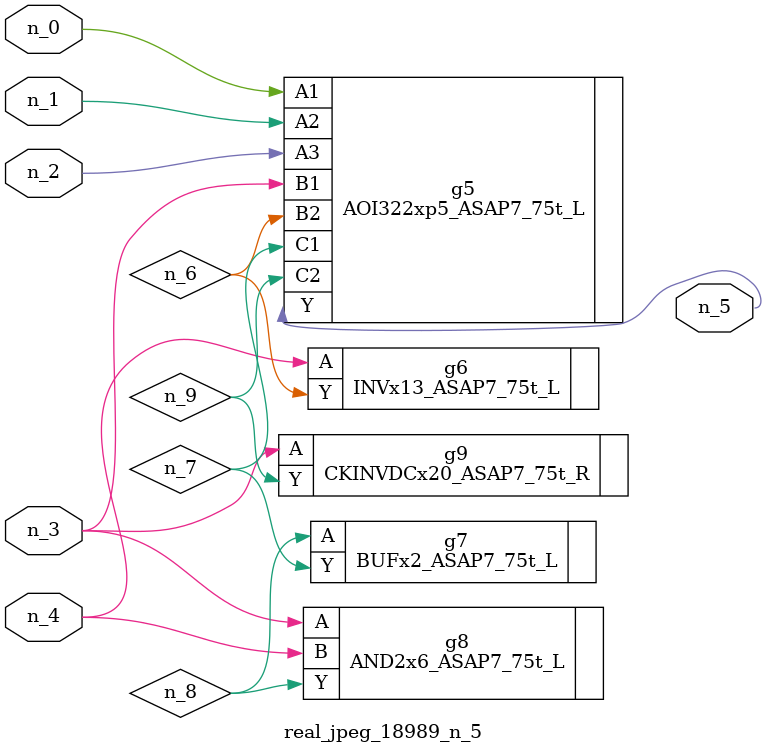
<source format=v>
module real_jpeg_18989_n_5 (n_4, n_0, n_1, n_2, n_3, n_5);

input n_4;
input n_0;
input n_1;
input n_2;
input n_3;

output n_5;

wire n_8;
wire n_6;
wire n_7;
wire n_9;

AOI322xp5_ASAP7_75t_L g5 ( 
.A1(n_0),
.A2(n_1),
.A3(n_2),
.B1(n_3),
.B2(n_6),
.C1(n_7),
.C2(n_9),
.Y(n_5)
);

AND2x6_ASAP7_75t_L g8 ( 
.A(n_3),
.B(n_4),
.Y(n_8)
);

CKINVDCx20_ASAP7_75t_R g9 ( 
.A(n_3),
.Y(n_9)
);

INVx13_ASAP7_75t_L g6 ( 
.A(n_4),
.Y(n_6)
);

BUFx2_ASAP7_75t_L g7 ( 
.A(n_8),
.Y(n_7)
);


endmodule
</source>
